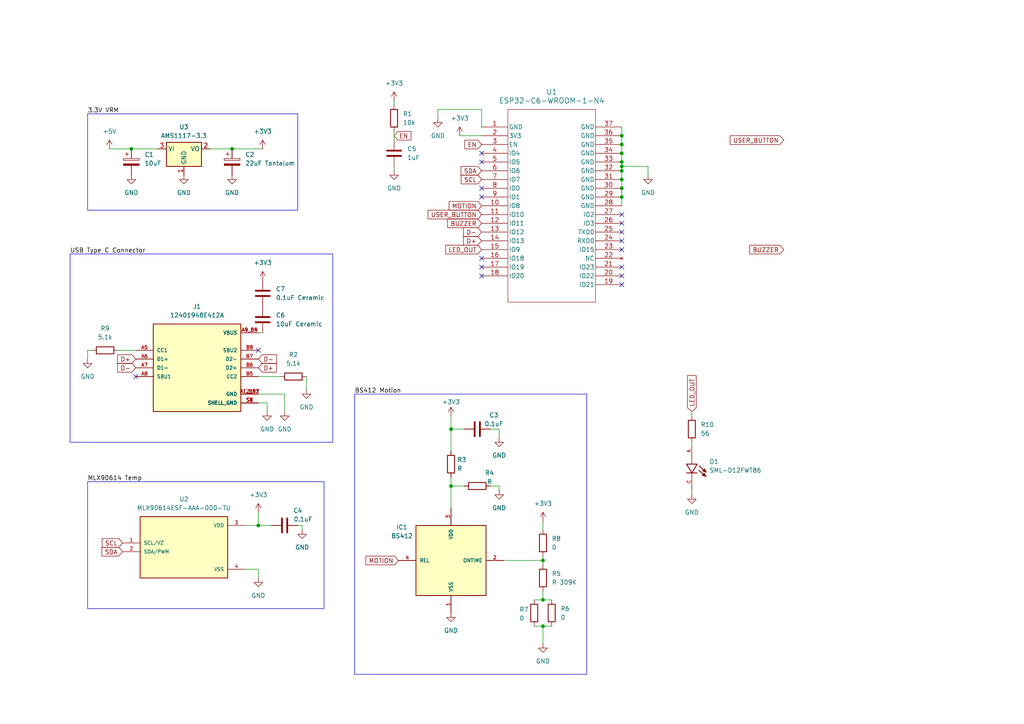
<source format=kicad_sch>
(kicad_sch (version 20250114) (generator "eeschema") (generator_version "9.0")
  (paper "A4")
  (lib_symbols
    (symbol "12401948E412A:12401948E412A" (pin_names (offset 1.016))
      (property "Reference" "J" (at -12.7 13.462 0))
      (property "Value" "12401948E412A" (at -12.7 -13.462 0))
      (symbol "12401948E412A_0_0"
        (rectangle (start -12.7 -12.7) (end 12.7 12.7) (stroke (width 0.254)) (fill (type background)))
        (pin bidirectional line (at -17.78 5.08 0) (length 5.08) (name "CC1") (number "A5"))
        (pin bidirectional line (at -17.78 2.54 0) (length 5.08) (name "D1+") (number "A6"))
        (pin bidirectional line (at -17.78 0 0) (length 5.08) (name "D1-") (number "A7"))
        (pin bidirectional line (at -17.78 -2.54 0) (length 5.08) (name "SBU1") (number "A8"))
        (pin power_in line (at 17.78 10.16 180) (length 5.08) (name "VBUS") (number "A4_B9"))
        (pin power_in line (at 17.78 10.16 180) (length 5.08) (name "VBUS") (number "A9_B4"))
        (pin bidirectional line (at 17.78 5.08 180) (length 5.08) (name "SBU2") (number "B8"))
        (pin bidirectional line (at 17.78 2.54 180) (length 5.08) (name "D2-") (number "B7"))
        (pin bidirectional line (at 17.78 0 180) (length 5.08) (name "D2+") (number "B6"))
        (pin bidirectional line (at 17.78 -2.54 180) (length 5.08) (name "CC2") (number "B5"))
        (pin power_in line (at 17.78 -7.62 180) (length 5.08) (name "GND") (number "A12_B1"))
        (pin power_in line (at 17.78 -7.62 180) (length 5.08) (name "GND") (number "A1_B12"))
        (pin power_in line (at 17.78 -10.16 180) (length 5.08) (name "SHELL_GND") (number "S1"))
        (pin power_in line (at 17.78 -10.16 180) (length 5.08) (name "SHELL_GND") (number "S2"))
        (pin power_in line (at 17.78 -10.16 180) (length 5.08) (name "SHELL_GND") (number "S3"))
        (pin power_in line (at 17.78 -10.16 180) (length 5.08) (name "SHELL_GND") (number "S4"))
      )
    )
    (symbol "BS412:BS412" (pin_names (offset 1.016))
      (property "Reference" "IC" (at 26.67 15.24 0))
      (property "Value" "BS412" (at 26.67 12.7 0))
      (symbol "BS412_0_0"
        (rectangle (start 5.08 -10.16) (end 25.4 10.16) (stroke (width 0.254)) (fill (type background)))
        (pin bidirectional line (at 0 0 0) (length 5.08) (name "REL") (number "4"))
        (pin bidirectional line (at 15.24 15.24 270) (length 5.08) (name "VDD") (number "3"))
        (pin bidirectional line (at 15.24 -15.24 90) (length 5.08) (name "VSS") (number "1"))
        (pin bidirectional line (at 30.48 0 180) (length 5.08) (name "ONTIME") (number "2"))
      )
    )
    (symbol "Device:C" (pin_numbers (hide yes)) (pin_names (offset 0.254))
      (property "Reference" "C" (at 0.635 2.54 0))
      (property "Value" "C" (at 0.635 -2.54 0))
      (symbol "C_0_1"
        (polyline (pts (xy -2.032 0.762) (xy 2.032 0.762)) (stroke (width 0.508)))
        (polyline (pts (xy -2.032 -0.762) (xy 2.032 -0.762)) (stroke (width 0.508)))
      )
      (symbol "C_1_1"
        (pin passive line (at 0 3.81 270) (length 2.794) (name "~") (number "1"))
        (pin passive line (at 0 -3.81 90) (length 2.794) (name "~") (number "2"))
      )
    )
    (symbol "Device:C_Polarized" (pin_numbers (hide yes)) (pin_names (offset 0.254))
      (property "Reference" "C" (at 0.635 2.54 0))
      (property "Value" "C_Polarized" (at 0.635 -2.54 0))
      (symbol "C_Polarized_0_1"
        (rectangle (start -2.286 0.508) (end 2.286 1.016))
        (polyline (pts (xy -1.778 2.286) (xy -0.762 2.286)))
        (polyline (pts (xy -1.27 2.794) (xy -1.27 1.778)))
        (rectangle (start 2.286 -0.508) (end -2.286 -1.016) (fill (type outline)))
      )
      (symbol "C_Polarized_1_1"
        (pin passive line (at 0 3.81 270) (length 2.794) (name "~") (number "1"))
        (pin passive line (at 0 -3.81 90) (length 2.794) (name "~") (number "2"))
      )
    )
    (symbol "Device:R" (pin_numbers (hide yes)) (pin_names (offset 0))
      (property "Reference" "R" (at 2.032 0 90))
      (property "Value" "R" (at 0 0 90))
      (symbol "R_0_1"
        (rectangle (start -1.016 -2.54) (end 1.016 2.54) (stroke (width 0.254)))
      )
      (symbol "R_1_1"
        (pin passive line (at 0 3.81 270) (length 1.27) (name "~") (number "1"))
        (pin passive line (at 0 -3.81 90) (length 1.27) (name "~") (number "2"))
      )
    )
    (symbol "MLX90614ESF-AAA-000-TU:MLX90614ESF-AAA-000-TU" (pin_names (offset 1.016))
      (property "Reference" "U" (at -12.7 8.382 0))
      (property "Value" "MLX90614ESF-AAA-000-TU" (at -12.7 -12.7 0))
      (symbol "MLX90614ESF-AAA-000-TU_0_0"
        (rectangle (start -12.7 -10.16) (end 12.7 7.62) (stroke (width 0.254)) (fill (type background)))
        (pin input line (at -17.78 0 0) (length 5.08) (name "SCL/VZ") (number "1"))
        (pin bidirectional line (at -17.78 -2.54 0) (length 5.08) (name "SDA/PWM") (number "2"))
        (pin power_in line (at 17.78 5.08 180) (length 5.08) (name "VDD") (number "3"))
        (pin power_in line (at 17.78 -7.62 180) (length 5.08) (name "VSS") (number "4"))
      )
    )
    (symbol "Regulator_Linear:AMS1117-3.3"
      (property "Reference" "U" (at -3.81 3.175 0))
      (property "Value" "AMS1117-3.3" (at 0 3.175 0))
      (symbol "AMS1117-3.3_0_1"
        (rectangle (start -5.08 -5.08) (end 5.08 1.905) (stroke (width 0.254)) (fill (type background)))
      )
      (symbol "AMS1117-3.3_1_1"
        (pin power_in line (at -7.62 0 0) (length 2.54) (name "VI") (number "3"))
        (pin power_in line (at 0 -7.62 90) (length 2.54) (name "GND") (number "1"))
        (pin power_out line (at 7.62 0 180) (length 2.54) (name "VO") (number "2"))
      )
    )
    (symbol "SML-D12FWT86:SML-D12FWT86" (pin_names (offset 1.016))
      (property "Reference" "D" (at -5.08 5.08 0))
      (property "Value" "SML-D12FWT86" (at -5.08 -3.81 0))
      (symbol "SML-D12FWT86_0_0"
        (polyline (pts (xy -2.54 1.524) (xy -2.54 0)) (stroke (width 0.254)))
        (polyline (pts (xy -2.54 0) (xy -5.08 0)) (stroke (width 0.1524)))
        (polyline (pts (xy -2.54 0) (xy -2.54 -1.524)) (stroke (width 0.254)))
        (polyline (pts (xy -2.54 -1.524) (xy 0 0)) (stroke (width 0.254)))
        (polyline (pts (xy -1.1176 3.683) (xy -0.2286 4.1656)) (stroke (width 0.254)))
        (polyline (pts (xy -0.9398 3.6068) (xy -0.7112 3.7592)) (stroke (width 0.254)))
        (polyline (pts (xy -0.5588 3.2004) (xy -1.1176 3.683)) (stroke (width 0.254)))
        (polyline (pts (xy -0.5588 3.2004) (xy -0.5334 3.937)) (stroke (width 0.254)))
        (polyline (pts (xy -0.5334 3.937) (xy -0.6604 3.937)) (stroke (width 0.254)))
        (polyline (pts (xy -0.2286 4.1656) (xy -2.0066 2.1336)) (stroke (width 0.254)))
        (polyline (pts (xy -0.2286 4.1656) (xy -0.5588 3.2004)) (stroke (width 0.254)))
        (polyline (pts (xy 0 1.524) (xy 0 -1.524)) (stroke (width 0.254)))
        (polyline (pts (xy 0 0) (xy -2.54 1.524)) (stroke (width 0.254)))
        (polyline (pts (xy 0.127 3.5814) (xy 1.016 4.064)) (stroke (width 0.254)))
        (polyline (pts (xy 0.3048 3.5052) (xy 0.5334 3.6576)) (stroke (width 0.254)))
        (polyline (pts (xy 0.6858 3.0988) (xy 0.127 3.5814)) (stroke (width 0.254)))
        (polyline (pts (xy 0.6858 3.0988) (xy 0.7112 3.8354)) (stroke (width 0.254)))
        (polyline (pts (xy 0.7112 3.8354) (xy 0.5842 3.8354)) (stroke (width 0.254)))
        (polyline (pts (xy 1.016 4.064) (xy -0.762 2.032)) (stroke (width 0.254)))
        (polyline (pts (xy 1.016 4.064) (xy 0.6858 3.0988)) (stroke (width 0.254)))
        (pin passive line (at -7.62 0 0) (length 2.54) (name "~") (number "A"))
        (pin passive line (at 5.08 0 180) (length 5.08) (name "~") (number "C"))
      )
    )
    (symbol "esp32-c6-wroom-1-n4:ESP32-C6-WROOM-1-N4" (pin_names (offset 0.254))
      (property "Reference" "U" (at 20.32 10.16 0))
      (property "Value" "ESP32-C6-WROOM-1-N4" (at 20.32 7.62 0))
      (symbol "ESP32-C6-WROOM-1-N4_0_1"
        (polyline (pts (xy 7.62 5.08) (xy 7.62 -50.8)) (stroke (width 0.127)))
        (polyline (pts (xy 7.62 -50.8) (xy 33.02 -50.8)) (stroke (width 0.127)))
        (polyline (pts (xy 33.02 5.08) (xy 7.62 5.08)) (stroke (width 0.127)))
        (polyline (pts (xy 33.02 -50.8) (xy 33.02 5.08)) (stroke (width 0.127)))
        (pin power_out line (at 0 0 0) (length 7.62) (name "GND") (number "1"))
        (pin power_in line (at 0 -2.54 0) (length 7.62) (name "3V3") (number "2"))
        (pin input line (at 0 -5.08 0) (length 7.62) (name "EN") (number "3"))
        (pin bidirectional line (at 0 -7.62 0) (length 7.62) (name "IO4") (number "4"))
        (pin bidirectional line (at 0 -10.16 0) (length 7.62) (name "IO5") (number "5"))
        (pin bidirectional line (at 0 -12.7 0) (length 7.62) (name "IO6") (number "6"))
        (pin bidirectional line (at 0 -15.24 0) (length 7.62) (name "IO7") (number "7"))
        (pin bidirectional line (at 0 -17.78 0) (length 7.62) (name "IO0") (number "8"))
        (pin bidirectional line (at 0 -20.32 0) (length 7.62) (name "IO1") (number "9"))
        (pin bidirectional line (at 0 -22.86 0) (length 7.62) (name "IO8") (number "10"))
        (pin bidirectional line (at 0 -25.4 0) (length 7.62) (name "IO10") (number "11"))
        (pin bidirectional line (at 0 -27.94 0) (length 7.62) (name "IO11") (number "12"))
        (pin bidirectional line (at 0 -30.48 0) (length 7.62) (name "IO12") (number "13"))
        (pin bidirectional line (at 0 -33.02 0) (length 7.62) (name "IO13") (number "14"))
        (pin bidirectional line (at 0 -35.56 0) (length 7.62) (name "IO9") (number "15"))
        (pin bidirectional line (at 0 -38.1 0) (length 7.62) (name "IO18") (number "16"))
        (pin bidirectional line (at 0 -40.64 0) (length 7.62) (name "IO19") (number "17"))
        (pin bidirectional line (at 0 -43.18 0) (length 7.62) (name "IO20") (number "18"))
        (pin power_out line (at 40.64 0 180) (length 7.62) (name "GND") (number "37"))
        (pin power_out line (at 40.64 -2.54 180) (length 7.62) (name "GND") (number "36"))
        (pin power_out line (at 40.64 -5.08 180) (length 7.62) (name "GND") (number "35"))
        (pin power_out line (at 40.64 -7.62 180) (length 7.62) (name "GND") (number "34"))
        (pin power_out line (at 40.64 -10.16 180) (length 7.62) (name "GND") (number "33"))
        (pin power_out line (at 40.64 -12.7 180) (length 7.62) (name "GND") (number "32"))
        (pin power_out line (at 40.64 -15.24 180) (length 7.62) (name "GND") (number "31"))
        (pin power_out line (at 40.64 -17.78 180) (length 7.62) (name "GND") (number "30"))
        (pin power_out line (at 40.64 -20.32 180) (length 7.62) (name "GND") (number "29"))
        (pin power_out line (at 40.64 -22.86 180) (length 7.62) (name "GND") (number "28"))
        (pin bidirectional line (at 40.64 -25.4 180) (length 7.62) (name "IO2") (number "27"))
        (pin bidirectional line (at 40.64 -27.94 180) (length 7.62) (name "IO3") (number "26"))
        (pin bidirectional line (at 40.64 -30.48 180) (length 7.62) (name "TXD0") (number "25"))
        (pin bidirectional line (at 40.64 -33.02 180) (length 7.62) (name "RXD0") (number "24"))
        (pin bidirectional line (at 40.64 -35.56 180) (length 7.62) (name "IO15") (number "23"))
        (pin no_connect line (at 40.64 -38.1 180) (length 7.62) (name "NC") (number "22"))
        (pin bidirectional line (at 40.64 -40.64 180) (length 7.62) (name "IO23") (number "21"))
        (pin bidirectional line (at 40.64 -43.18 180) (length 7.62) (name "IO22") (number "20"))
        (pin bidirectional line (at 40.64 -45.72 180) (length 7.62) (name "IO21") (number "19"))
      )
    )
    (symbol "power:+3V3" (power) (pin_numbers (hide yes)) (pin_names (offset 0) (hide yes))
      (property "Value" "+3V3" (at 0 3.556 0))
      (symbol "+3V3_0_1"
        (polyline (pts (xy -0.762 1.27) (xy 0 2.54)))
        (polyline (pts (xy 0 2.54) (xy 0.762 1.27)))
        (polyline (pts (xy 0 0) (xy 0 2.54)))
      )
      (symbol "+3V3_1_1"
        (pin power_in line (at 0 0 90) (length 0) (name "~") (number "1"))
      )
    )
    (symbol "power:+5V" (power) (pin_numbers (hide yes)) (pin_names (offset 0) (hide yes))
      (property "Value" "+5V" (at 0 3.556 0))
      (symbol "+5V_0_1"
        (polyline (pts (xy -0.762 1.27) (xy 0 2.54)))
        (polyline (pts (xy 0 2.54) (xy 0.762 1.27)))
        (polyline (pts (xy 0 0) (xy 0 2.54)))
      )
      (symbol "+5V_1_1"
        (pin power_in line (at 0 0 90) (length 0) (name "~") (number "1"))
      )
    )
    (symbol "power:GND" (power) (pin_numbers (hide yes)) (pin_names (offset 0) (hide yes))
      (property "Value" "GND" (at 0 -3.81 0))
      (symbol "GND_0_1"
        (polyline (pts (xy 0 0) (xy 0 -1.27) (xy 1.27 -1.27) (xy 0 -2.54) (xy -1.27 -1.27) (xy 0 -1.27)))
      )
      (symbol "GND_1_1"
        (pin power_in line (at 0 0 270) (length 0) (name "~") (number "1"))
      )
    )
  )
  (rectangle (start 25.4 33.02) (end 86.36 60.96))
  (rectangle (start 20.32 73.66) (end 96.52 128.27))
  (rectangle (start 25.4 139.7) (end 93.98 176.53))
  (rectangle (start 102.87 114.3) (end 170.18 195.58))
  (junction (at 180.34 44.45))
  (junction (at 130.81 140.97))
  (junction (at 74.93 152.4))
  (junction (at 180.34 46.99))
  (junction (at 157.48 173.99))
  (junction (at 180.34 48.26))
  (junction (at 157.48 181.61))
  (junction (at 180.34 41.91))
  (junction (at 130.81 124.46))
  (junction (at 38.1 43.18))
  (junction (at 180.34 57.15))
  (junction (at 157.48 162.56))
  (junction (at 180.34 54.61))
  (junction (at 67.31 43.18))
  (junction (at 180.34 49.53))
  (junction (at 180.34 39.37))
  (junction (at 180.34 52.07))
  (no_connect (at 39.37 109.22))
  (no_connect (at 139.7 54.61))
  (no_connect (at 180.34 67.31))
  (no_connect (at 180.34 64.77))
  (no_connect (at 139.7 77.47))
  (no_connect (at 180.34 80.01))
  (no_connect (at 74.93 101.6))
  (no_connect (at 139.7 44.45))
  (no_connect (at 139.7 74.93))
  (no_connect (at 139.7 46.99))
  (no_connect (at 139.7 57.15))
  (no_connect (at 180.34 69.85))
  (no_connect (at 180.34 72.39))
  (no_connect (at 180.34 82.55))
  (no_connect (at 180.34 62.23))
  (no_connect (at 180.34 77.47))
  (no_connect (at 139.7 80.01))
  (wire (pts (xy 157.48 161.29) (xy 157.48 162.56)))
  (wire (pts (xy 180.34 49.53) (xy 180.34 52.07)))
  (wire (pts (xy 127 34.29) (xy 127 31.75)))
  (wire (pts (xy 200.66 128.27) (xy 200.66 129.54)))
  (wire (pts (xy 157.48 151.13) (xy 157.48 153.67)))
  (wire (pts (xy 25.4 104.14) (xy 25.4 101.6)))
  (wire (pts (xy 114.3 29.21) (xy 114.3 30.48)))
  (wire (pts (xy 78.74 152.4) (xy 74.93 152.4)))
  (wire (pts (xy 157.48 173.99) (xy 154.94 173.99)))
  (wire (pts (xy 34.29 101.6) (xy 39.37 101.6)))
  (wire (pts (xy 180.34 57.15) (xy 180.34 59.69)))
  (wire (pts (xy 74.93 116.84) (xy 77.47 116.84)))
  (wire (pts (xy 25.4 101.6) (xy 26.67 101.6)))
  (wire (pts (xy 180.34 52.07) (xy 180.34 54.61)))
  (wire (pts (xy 187.96 48.26) (xy 187.96 50.8)))
  (wire (pts (xy 88.9 109.22) (xy 88.9 113.03)))
  (wire (pts (xy 67.31 43.18) (xy 76.2 43.18)))
  (wire (pts (xy 127 31.75) (xy 139.7 31.75)))
  (wire (pts (xy 82.55 114.3) (xy 82.55 119.38)))
  (wire (pts (xy 180.34 36.83) (xy 180.34 39.37)))
  (wire (pts (xy 157.48 163.83) (xy 157.48 162.56)))
  (wire (pts (xy 144.78 142.24) (xy 144.78 140.97)))
  (wire (pts (xy 157.48 181.61) (xy 154.94 181.61)))
  (wire (pts (xy 180.34 48.26) (xy 187.96 48.26)))
  (wire (pts (xy 180.34 46.99) (xy 180.34 48.26)))
  (wire (pts (xy 139.7 31.75) (xy 139.7 36.83)))
  (wire (pts (xy 180.34 41.91) (xy 180.34 44.45)))
  (wire (pts (xy 87.63 152.4) (xy 87.63 153.67)))
  (wire (pts (xy 144.78 127) (xy 144.78 124.46)))
  (wire (pts (xy 160.02 181.61) (xy 157.48 181.61)))
  (wire (pts (xy 157.48 162.56) (xy 146.05 162.56)))
  (wire (pts (xy 200.66 142.24) (xy 200.66 143.51)))
  (wire (pts (xy 74.93 152.4) (xy 71.12 152.4)))
  (wire (pts (xy 144.78 140.97) (xy 142.24 140.97)))
  (wire (pts (xy 180.34 39.37) (xy 180.34 41.91)))
  (wire (pts (xy 133.35 39.37) (xy 139.7 39.37)))
  (wire (pts (xy 114.3 38.1) (xy 114.3 40.64)))
  (wire (pts (xy 130.81 120.65) (xy 130.81 124.46)))
  (wire (pts (xy 157.48 181.61) (xy 157.48 186.69)))
  (wire (pts (xy 31.75 43.18) (xy 38.1 43.18)))
  (wire (pts (xy 200.66 119.38) (xy 200.66 120.65)))
  (wire (pts (xy 74.93 148.59) (xy 74.93 152.4)))
  (wire (pts (xy 114.3 49.53) (xy 114.3 48.26)))
  (wire (pts (xy 180.34 44.45) (xy 180.34 46.99)))
  (wire (pts (xy 76.2 96.52) (xy 74.93 96.52)))
  (wire (pts (xy 60.96 43.18) (xy 67.31 43.18)))
  (wire (pts (xy 74.93 165.1) (xy 71.12 165.1)))
  (wire (pts (xy 160.02 173.99) (xy 157.48 173.99)))
  (wire (pts (xy 130.81 140.97) (xy 134.62 140.97)))
  (wire (pts (xy 74.93 167.64) (xy 74.93 165.1)))
  (wire (pts (xy 134.62 124.46) (xy 130.81 124.46)))
  (wire (pts (xy 180.34 54.61) (xy 180.34 57.15)))
  (wire (pts (xy 157.48 171.45) (xy 157.48 173.99)))
  (wire (pts (xy 38.1 43.18) (xy 45.72 43.18)))
  (wire (pts (xy 87.63 152.4) (xy 86.36 152.4)))
  (wire (pts (xy 180.34 48.26) (xy 180.34 49.53)))
  (wire (pts (xy 74.93 109.22) (xy 81.28 109.22)))
  (wire (pts (xy 144.78 124.46) (xy 142.24 124.46)))
  (wire (pts (xy 130.81 124.46) (xy 130.81 130.81)))
  (wire (pts (xy 130.81 138.43) (xy 130.81 140.97)))
  (wire (pts (xy 77.47 116.84) (xy 77.47 119.38)))
  (wire (pts (xy 82.55 114.3) (xy 74.93 114.3)))
  (wire (pts (xy 130.81 140.97) (xy 130.81 147.32)))
  (label "3.3V VRM" (at 25.4 33.02 0))
  (label "BS412 Motion" (at 102.87 114.3 0))
  (label "USB Type C Connector" (at 20.32 73.66 0))
  (label "MLX90614 Temp" (at 25.4 139.7 0))
  (global_label "LED_OUT" (shape input) (at 139.7 72.39 180) (property "Intersheetrefs" "${INTERSHEET_REFS}" (effects (hide yes))))
  (global_label "MOTION" (shape input) (at 115.57 162.56 180) (property "Intersheetrefs" "${INTERSHEET_REFS}" (effects (hide yes))))
  (global_label "BUZZER" (shape input) (at 227.33 72.39 180) (property "Intersheetrefs" "${INTERSHEET_REFS}" (effects (hide yes))))
  (global_label "BUZZER" (shape input) (at 139.7 64.77 180) (property "Intersheetrefs" "${INTERSHEET_REFS}" (effects (hide yes))))
  (global_label "SDA" (shape input) (at 35.56 160.02 180) (property "Intersheetrefs" "${INTERSHEET_REFS}" (effects (hide yes))))
  (global_label "USER_BUTTON" (shape input) (at 227.33 40.64 180) (property "Intersheetrefs" "${INTERSHEET_REFS}" (effects (hide yes))))
  (global_label "D+" (shape input) (at 139.7 69.85 180) (property "Intersheetrefs" "${INTERSHEET_REFS}" (effects (hide yes))))
  (global_label "D-" (shape input) (at 39.37 106.68 180) (property "Intersheetrefs" "${INTERSHEET_REFS}" (effects (hide yes))))
  (global_label "EN" (shape input) (at 114.3 39.37 0) (property "Intersheetrefs" "${INTERSHEET_REFS}" (effects (hide yes))))
  (global_label "SCL" (shape input) (at 35.56 157.48 180) (property "Intersheetrefs" "${INTERSHEET_REFS}" (effects (hide yes))))
  (global_label "USER_BUTTON" (shape input) (at 139.7 62.23 180) (property "Intersheetrefs" "${INTERSHEET_REFS}" (effects (hide yes))))
  (global_label "MOTION" (shape input) (at 139.7 59.69 180) (property "Intersheetrefs" "${INTERSHEET_REFS}" (effects (hide yes))))
  (global_label "D+" (shape input) (at 74.93 106.68 0) (property "Intersheetrefs" "${INTERSHEET_REFS}" (effects (hide yes))))
  (global_label "SDA" (shape input) (at 139.7 49.53 180) (property "Intersheetrefs" "${INTERSHEET_REFS}" (effects (hide yes))))
  (global_label "D-" (shape input) (at 74.93 104.14 0) (property "Intersheetrefs" "${INTERSHEET_REFS}" (effects (hide yes))))
  (global_label "SCL" (shape input) (at 139.7 52.07 180) (property "Intersheetrefs" "${INTERSHEET_REFS}" (effects (hide yes))))
  (global_label "EN" (shape input) (at 139.7 41.91 180) (property "Intersheetrefs" "${INTERSHEET_REFS}" (effects (hide yes))))
  (global_label "D+" (shape input) (at 39.37 104.14 180) (property "Intersheetrefs" "${INTERSHEET_REFS}" (effects (hide yes))))
  (global_label "D-" (shape input) (at 139.7 67.31 180) (property "Intersheetrefs" "${INTERSHEET_REFS}" (effects (hide yes))))
  (global_label "LED_OUT" (shape input) (at 200.66 119.38 90) (property "Intersheetrefs" "${INTERSHEET_REFS}" (effects (hide yes))))
  (symbol (lib_id "Device:C") (at 76.2 85.09 0) (unit 1)
    (property "Reference" "C7" (at 80.01 83.8199 0) (effects (justify left)))
    (property "Value" "0.1uF Ceramic" (at 80.01 86.3599 0) (effects (justify left)))
    (property "Description" "Unpolarized capacitor" (effects (hide yes)))
  )
  (symbol (lib_id "power:+3V3") (at 76.2 43.18 0) (unit 1)
    (property "Reference" "#PWR01" (effects (hide yes)))
    (property "Value" "+3V3" (at 76.2 38.1 0))
    (property "Description" "Power symbol creates a global label with name \"+3V3\"" (effects (hide yes)))
  )
  (symbol (lib_id "power:GND") (at 25.4 104.14 0) (unit 1)
    (property "Reference" "#PWR024" (effects (hide yes)))
    (property "Value" "GND" (at 25.4 109.22 0))
    (property "Description" "Power symbol creates a global label with name \"GND\" , ground" (effects (hide yes)))
  )
  (symbol (lib_id "Device:R") (at 138.43 140.97 90) (unit 1)
    (property "Reference" "R4" (at 141.986 137.16 90))
    (property "Value" "R" (at 141.986 139.7 90))
    (property "Description" "Resistor" (effects (hide yes)))
  )
  (symbol (lib_id "power:+3V3") (at 76.2 81.28 0) (unit 1)
    (property "Reference" "#PWR020" (effects (hide yes)))
    (property "Value" "+3V3" (at 76.2 76.2 0))
    (property "Description" "Power symbol creates a global label with name \"+3V3\"" (effects (hide yes)))
  )
  (symbol (lib_id "power:GND") (at 130.81 177.8 0) (unit 1)
    (property "Reference" "#PWR06" (effects (hide yes)))
    (property "Value" "GND" (at 130.81 182.88 0))
    (property "Description" "Power symbol creates a global label with name \"GND\" , ground" (effects (hide yes)))
  )
  (symbol (lib_id "power:+3V3") (at 130.81 120.65 0) (unit 1)
    (property "Reference" "#PWR07" (effects (hide yes)))
    (property "Value" "+3V3" (at 130.81 116.586 0))
    (property "Description" "Power symbol creates a global label with name \"+3V3\"" (effects (hide yes)))
  )
  (symbol (lib_id "Regulator_Linear:AMS1117-3.3") (at 53.34 43.18 0) (unit 1)
    (property "Reference" "U3" (at 53.34 36.83 0))
    (property "Value" "AMS1117-3.3" (at 53.34 39.37 0))
    (property "Footprint" "Package_TO_SOT_SMD:SOT-223-3_TabPin2" (effects (hide yes)))
    (property "Datasheet" "http://www.advanced-monolithic.com/pdf/ds1117.pdf" (effects (hide yes)))
    (property "Description" "1A Low Dropout regulator, positive, 3.3V fixed output, SOT-223" (effects (hide yes)))
  )
  (symbol (lib_id "power:GND") (at 82.55 119.38 0) (unit 1)
    (property "Reference" "#PWR018" (effects (hide yes)))
    (property "Value" "GND" (at 82.55 124.46 0))
    (property "Description" "Power symbol creates a global label with name \"GND\" , ground" (effects (hide yes)))
  )
  (symbol (lib_id "power:GND") (at 114.3 49.53 0) (unit 1)
    (property "Reference" "#PWR022" (effects (hide yes)))
    (property "Value" "GND" (at 114.3 54.61 0))
    (property "Description" "Power symbol creates a global label with name \"GND\" , ground" (effects (hide yes)))
  )
  (symbol (lib_id "Device:R") (at 157.48 157.48 0) (unit 1)
    (property "Reference" "R8" (at 160.02 156.2099 0) (effects (justify left)))
    (property "Value" "0" (at 160.02 158.7499 0) (effects (justify left)))
    (property "Description" "Resistor" (effects (hide yes)))
  )
  (symbol (lib_id "Device:C") (at 82.55 152.4 270) (unit 1)
    (property "Reference" "C4" (at 86.36 148.082 90))
    (property "Value" "0.1uF" (at 87.884 150.622 90))
    (property "Description" "Unpolarized capacitor" (effects (hide yes)))
  )
  (symbol (lib_id "Device:C") (at 76.2 92.71 0) (unit 1)
    (property "Reference" "C6" (at 80.01 91.4399 0) (effects (justify left)))
    (property "Value" "10uF Ceramic" (at 80.01 93.9799 0) (effects (justify left)))
    (property "Description" "Unpolarized capacitor" (effects (hide yes)))
  )
  (symbol (lib_id "Device:R") (at 30.48 101.6 90) (unit 1)
    (property "Reference" "R9" (at 30.48 95.25 90))
    (property "Value" "5.1k" (at 30.48 97.79 90))
    (property "Description" "Resistor" (effects (hide yes)))
  )
  (symbol (lib_id "power:GND") (at 87.63 153.67 0) (unit 1)
    (property "Reference" "#PWR011" (effects (hide yes)))
    (property "Value" "GND" (at 87.63 158.75 0))
    (property "Description" "Power symbol creates a global label with name \"GND\" , ground" (effects (hide yes)))
  )
  (symbol (lib_id "Device:R") (at 157.48 167.64 0) (unit 1)
    (property "Reference" "R5" (at 160.02 166.3699 0) (effects (justify left)))
    (property "Value" "R 309K" (at 160.02 168.9099 0) (effects (justify left)))
    (property "Description" "Resistor" (effects (hide yes)))
  )
  (symbol (lib_id "power:+5V") (at 31.75 43.18 0) (unit 1)
    (property "Reference" "#PWR02" (effects (hide yes)))
    (property "Value" "+5V" (at 31.75 38.1 0))
    (property "Description" "Power symbol creates a global label with name \"+5V\"" (effects (hide yes)))
  )
  (symbol (lib_id "power:+3V3") (at 157.48 151.13 0) (unit 1)
    (property "Reference" "#PWR012" (effects (hide yes)))
    (property "Value" "+3V3" (at 157.48 146.05 0))
    (property "Description" "Power symbol creates a global label with name \"+3V3\"" (effects (hide yes)))
  )
  (symbol (lib_id "power:GND") (at 88.9 113.03 0) (unit 1)
    (property "Reference" "#PWR023" (effects (hide yes)))
    (property "Value" "GND" (at 88.9 118.11 0))
    (property "Description" "Power symbol creates a global label with name \"GND\" , ground" (effects (hide yes)))
  )
  (symbol (lib_id "Device:C_Polarized") (at 38.1 46.99 0) (unit 1)
    (property "Reference" "C1" (at 41.91 44.8309 0) (effects (justify left)))
    (property "Value" "10uF" (at 41.91 47.3709 0) (effects (justify left)))
    (property "Footprint" "Capacitor_SMD:C_0805_2012Metric" (effects (hide yes)))
    (property "Description" "Polarized capacitor" (effects (hide yes)))
  )
  (symbol (lib_id "power:GND") (at 157.48 186.69 0) (unit 1)
    (property "Reference" "#PWR09" (effects (hide yes)))
    (property "Value" "GND" (at 157.48 191.77 0))
    (property "Description" "Power symbol creates a global label with name \"GND\" , ground" (effects (hide yes)))
  )
  (symbol (lib_id "Device:R") (at 85.09 109.22 90) (unit 1)
    (property "Reference" "R2" (at 85.09 102.87 90))
    (property "Value" "5.1k" (at 85.09 105.41 90))
    (property "Description" "Resistor" (effects (hide yes)))
  )
  (symbol (lib_id "power:GND") (at 127 34.29 0) (unit 1)
    (property "Reference" "#PWR017" (effects (hide yes)))
    (property "Value" "GND" (at 127 39.37 0))
    (property "Description" "Power symbol creates a global label with name \"GND\" , ground" (effects (hide yes)))
  )
  (symbol (lib_id "Device:R") (at 114.3 34.29 0) (unit 1)
    (property "Reference" "R1" (at 116.84 33.0199 0) (effects (justify left)))
    (property "Value" "10k" (at 116.84 35.5599 0) (effects (justify left)))
    (property "Description" "Resistor" (effects (hide yes)))
  )
  (symbol (lib_id "BS412:BS412") (at 115.57 162.56 0) (unit 1)
    (property "Reference" "IC1" (at 116.586 152.908 0))
    (property "Value" "BS412" (at 116.586 155.448 0))
    (property "Footprint" "BS412:BS412" (effects (hide yes)))
    (property "MANUFACTURER_NAME" "Senba Sensing Tech" (effects (hide yes)))
    (property "MF" "Senba Sensing Tec" (effects (hide yes)))
    (property "DESCRIPTION" "Through Hole Infrared Sensors RoHS" (effects (hide yes)))
    (property "Price" "None" (effects (hide yes)))
    (property "Package" "Package" (effects (hide yes)))
    (property "Check_prices" "https://www.snapeda.com/parts/BS412/SENBA+OPTICAL+AND+ELECTRONIC+CO/view-part/?ref=eda" (effects (hide yes)))
    (property "HEIGHT" "4.2mm" (effects (hide yes)))
    (property "MP" "BS412" (effects (hide yes)))
    (property "SnapEDA_Link" "https://www.snapeda.com/parts/BS412/SENBA+OPTICAL+AND+ELECTRONIC+CO/view-part/?ref=snap" (effects (hide yes)))
    (property "Description_1" "Pyroelectric Infrared Radial Sensor, Through Hole, 4 pins" (effects (hide yes)))
    (property "Availability" "Not in stock" (effects (hide yes)))
    (property "MANUFACTURER_PART_NUMBER" "BS412" (effects (hide yes)))
  )
  (symbol (lib_id "power:+3V3") (at 114.3 29.21 0) (unit 1)
    (property "Reference" "#PWR021" (effects (hide yes)))
    (property "Value" "+3V3" (at 114.3 24.13 0))
    (property "Description" "Power symbol creates a global label with name \"+3V3\"" (effects (hide yes)))
  )
  (symbol (lib_id "Device:R") (at 160.02 177.8 0) (unit 1)
    (property "Reference" "R6" (at 162.56 176.5299 0) (effects (justify left)))
    (property "Value" "0" (at 162.56 179.0699 0) (effects (justify left)))
    (property "Description" "Resistor" (effects (hide yes)))
  )
  (symbol (lib_id "power:GND") (at 74.93 167.64 0) (unit 1)
    (property "Reference" "#PWR014" (effects (hide yes)))
    (property "Value" "GND" (at 74.93 172.72 0))
    (property "Description" "Power symbol creates a global label with name \"GND\" , ground" (effects (hide yes)))
  )
  (symbol (lib_id "12401948E412A:12401948E412A") (at 57.15 106.68 0) (unit 1)
    (property "Reference" "J1" (at 57.15 88.9 0))
    (property "Value" "12401948E412A" (at 57.15 91.44 0))
    (property "Footprint" "12401948E412A:AMPHENOL_12401948E412A" (effects (hide yes)))
    (property "MF" "Amphenol ICC (Commercial Products)" (effects (hide yes)))
    (property "MAXIMUM_PACKAGE_HEIGHT" "2.23 mm" (effects (hide yes)))
    (property "Package" "None" (effects (hide yes)))
    (property "Price" "None" (effects (hide yes)))
    (property "Check_prices" "https://www.snapeda.com/parts/12401948E412A/Amphenol/view-part/?ref=eda" (effects (hide yes)))
    (property "STANDARD" "Manufacturer Recommendations" (effects (hide yes)))
    (property "PARTREV" "3" (effects (hide yes)))
    (property "SnapEDA_Link" "https://www.snapeda.com/parts/12401948E412A/Amphenol/view-part/?ref=snap" (effects (hide yes)))
    (property "MP" "12401948E412A" (effects (hide yes)))
    (property "Description_1" "USB 2.0, Type C connector, R/A, Middle mount, Single SMT type, CH=0.65mm" (effects (hide yes)))
    (property "SNAPEDA_PN" "12401948E412A" (effects (hide yes)))
    (property "Availability" "In Stock" (effects (hide yes)))
    (property "MANUFACTURER" "Amphenol" (effects (hide yes)))
  )
  (symbol (lib_id "Device:C") (at 114.3 44.45 0) (unit 1)
    (property "Reference" "C5" (at 118.11 43.1799 0) (effects (justify left)))
    (property "Value" "1uF" (at 118.11 45.7199 0) (effects (justify left)))
    (property "Description" "Unpolarized capacitor" (effects (hide yes)))
  )
  (symbol (lib_id "power:GND") (at 187.96 50.8 0) (unit 1)
    (property "Reference" "#PWR015" (effects (hide yes)))
    (property "Value" "GND" (at 187.96 55.88 0))
    (property "Description" "Power symbol creates a global label with name \"GND\" , ground" (effects (hide yes)))
  )
  (symbol (lib_id "power:GND") (at 38.1 50.8 0) (unit 1)
    (property "Reference" "#PWR03" (effects (hide yes)))
    (property "Value" "GND" (at 38.1 55.88 0))
    (property "Description" "Power symbol creates a global label with name \"GND\" , ground" (effects (hide yes)))
  )
  (symbol (lib_id "power:+3V3") (at 133.35 39.37 0) (unit 1)
    (property "Reference" "#PWR016" (effects (hide yes)))
    (property "Value" "+3V3" (at 133.35 34.29 0))
    (property "Description" "Power symbol creates a global label with name \"+3V3\"" (effects (hide yes)))
  )
  (symbol (lib_id "power:GND") (at 200.66 143.51 0) (unit 1)
    (property "Reference" "#PWR025" (effects (hide yes)))
    (property "Value" "GND" (at 200.66 148.59 0))
    (property "Description" "Power symbol creates a global label with name \"GND\" , ground" (effects (hide yes)))
  )
  (symbol (lib_id "power:GND") (at 144.78 127 0) (unit 1)
    (property "Reference" "#PWR010" (effects (hide yes)))
    (property "Value" "GND" (at 144.78 132.08 0))
    (property "Description" "Power symbol creates a global label with name \"GND\" , ground" (effects (hide yes)))
  )
  (symbol (lib_id "Device:R") (at 200.66 124.46 0) (unit 1)
    (property "Reference" "R10" (at 203.2 123.1899 0) (effects (justify left)))
    (property "Value" "56" (at 203.2 125.7299 0) (effects (justify left)))
    (property "Description" "Resistor" (effects (hide yes)))
  )
  (symbol (lib_id "Device:R") (at 130.81 134.62 0) (unit 1)
    (property "Reference" "R3" (at 132.588 133.35 0) (effects (justify left)))
    (property "Value" "R" (at 132.588 135.89 0) (effects (justify left)))
    (property "Description" "Resistor" (effects (hide yes)))
  )
  (symbol (lib_id "SML-D12FWT86:SML-D12FWT86") (at 200.66 137.16 270) (unit 1)
    (property "Reference" "D1" (at 205.74 133.8833 90) (effects (justify left)))
    (property "Value" "SML-D12FWT86" (at 205.74 136.4233 90) (effects (justify left)))
    (property "Footprint" "SML-D12FWT86:LED_SML-D12FWT86" (effects (hide yes)))
    (property "PARTREV" "007" (effects (hide yes)))
    (property "MANUFACTURER" "ROHM Semiconductor" (effects (hide yes)))
    (property "MAXIMUM_PACKAGE_HEIGHT" "0.65 mm" (effects (hide yes)))
    (property "STANDARD" "Manufacturer Recommendation" (effects (hide yes)))
  )
  (symbol (lib_id "Device:C") (at 138.43 124.46 270) (unit 1)
    (property "Reference" "C3" (at 143.256 120.396 90))
    (property "Value" "0.1uF" (at 143.256 122.936 90))
    (property "Description" "Unpolarized capacitor" (effects (hide yes)))
  )
  (symbol (lib_id "Device:R") (at 154.94 177.8 0) (unit 1)
    (property "Reference" "R7" (at 150.622 176.784 0) (effects (justify left)))
    (property "Value" "0" (at 150.622 179.324 0) (effects (justify left)))
    (property "Description" "Resistor" (effects (hide yes)))
  )
  (symbol (lib_id "esp32-c6-wroom-1-n4:ESP32-C6-WROOM-1-N4") (at 139.7 36.83 0) (unit 1)
    (property "Reference" "U1" (at 160.02 26.67 0) (effects (font (size 1.524 1.524))))
    (property "Value" "ESP32-C6-WROOM-1-N4" (at 160.02 29.21 0) (effects (font (size 1.524 1.524))))
    (property "Footprint" "MOD28_ESP32-C6-WROOM-1_EXP" (effects (hide yes)))
    (property "Datasheet" "ESP32-C6-WROOM-1-N4" (effects (hide yes)))
  )
  (symbol (lib_id "Device:C_Polarized") (at 67.31 46.99 0) (unit 1)
    (property "Reference" "C2" (at 71.12 44.8309 0) (effects (justify left)))
    (property "Value" "22uF Tantalum" (at 71.12 47.3709 0) (effects (justify left)))
    (property "Footprint" "Capacitor_SMD:C_0805_2012Metric" (effects (hide yes)))
    (property "Description" "Polarized capacitor" (effects (hide yes)))
  )
  (symbol (lib_id "MLX90614ESF-AAA-000-TU:MLX90614ESF-AAA-000-TU") (at 53.34 157.48 0) (unit 1)
    (property "Reference" "U2" (at 53.34 144.78 0))
    (property "Value" "MLX90614ESF-AAA-000-TU" (at 53.34 147.32 0))
    (property "Footprint" "MLX90614ESF-AAA-000-TU:TO254P912H435-4" (effects (hide yes)))
    (property "MF" "Melexis" (effects (hide yes)))
    (property "MAXIMUM_PACKAGE_HEIGHT" "4.35mm" (effects (hide yes)))
    (property "Package" "TO-39-4 Melexis" (effects (hide yes)))
    (property "Price" "None" (effects (hide yes)))
    (property "Check_prices" "https://www.snapeda.com/parts/MLX90614ESF-AAA-000-TU/Melexis/view-part/?ref=eda" (effects (hide yes)))
    (property "STANDARD" "IPC-7351B" (effects (hide yes)))
    (property "PARTREV" "13" (effects (hide yes)))
    (property "SnapEDA_Link" "https://www.snapeda.com/parts/MLX90614ESF-AAA-000-TU/Melexis/view-part/?ref=snap" (effects (hide yes)))
    (property "MP" "MLX90614ESF-AAA-000-TU" (effects (hide yes)))
    (property "Description_1" "single pixel, 5V, standard acc., 90deg FOV" (effects (hide yes)))
    (property "Availability" "In Stock" (effects (hide yes)))
    (property "MANUFACTURER" "Melexis" (effects (hide yes)))
  )
  (symbol (lib_id "power:GND") (at 77.47 119.38 0) (unit 1)
    (property "Reference" "#PWR019" (effects (hide yes)))
    (property "Value" "GND" (at 77.47 124.46 0))
    (property "Description" "Power symbol creates a global label with name \"GND\" , ground" (effects (hide yes)))
  )
  (symbol (lib_id "power:GND") (at 67.31 50.8 0) (unit 1)
    (property "Reference" "#PWR013" (effects (hide yes)))
    (property "Value" "GND" (at 67.31 55.88 0))
    (property "Description" "Power symbol creates a global label with name \"GND\" , ground" (effects (hide yes)))
  )
  (symbol (lib_id "power:GND") (at 144.78 142.24 0) (unit 1)
    (property "Reference" "#PWR08" (effects (hide yes)))
    (property "Value" "GND" (at 144.78 147.32 0))
    (property "Description" "Power symbol creates a global label with name \"GND\" , ground" (effects (hide yes)))
  )
  (symbol (lib_id "power:GND") (at 53.34 50.8 0) (unit 1)
    (property "Reference" "#PWR04" (effects (hide yes)))
    (property "Value" "GND" (at 53.34 55.88 0))
    (property "Description" "Power symbol creates a global label with name \"GND\" , ground" (effects (hide yes)))
  )
  (symbol (lib_id "power:+3V3") (at 74.93 148.59 0) (unit 1)
    (property "Reference" "#PWR05" (effects (hide yes)))
    (property "Value" "+3V3" (at 74.93 143.51 0))
    (property "Description" "Power symbol creates a global label with name \"+3V3\"" (effects (hide yes)))
  )
)
</source>
